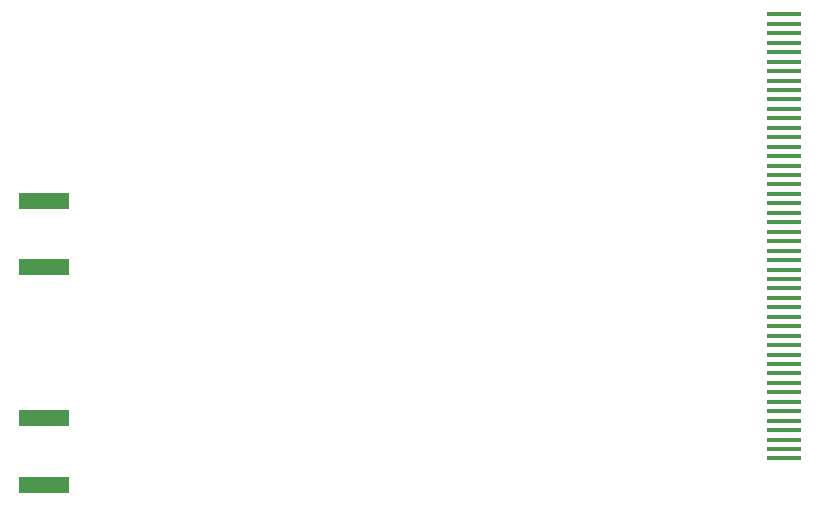
<source format=gbs>
%TF.GenerationSoftware,KiCad,Pcbnew,(5.1.10)-1*%
%TF.CreationDate,2021-07-23T15:14:34+02:00*%
%TF.ProjectId,rpicoscope2,72706963-6f73-4636-9f70-65322e6b6963,rev?*%
%TF.SameCoordinates,Original*%
%TF.FileFunction,Soldermask,Bot*%
%TF.FilePolarity,Negative*%
%FSLAX46Y46*%
G04 Gerber Fmt 4.6, Leading zero omitted, Abs format (unit mm)*
G04 Created by KiCad (PCBNEW (5.1.10)-1) date 2021-07-23 15:14:34*
%MOMM*%
%LPD*%
G01*
G04 APERTURE LIST*
%ADD10R,3.000000X0.400000*%
%ADD11R,4.200000X1.350000*%
G04 APERTURE END LIST*
D10*
%TO.C,U22*%
X185350000Y-110550000D03*
X185350000Y-111350000D03*
X185350000Y-112150000D03*
X185350000Y-113750000D03*
X185350000Y-116150000D03*
X185350000Y-112950000D03*
X185350000Y-114550000D03*
X185350000Y-115350000D03*
X185350000Y-102550000D03*
X185350000Y-103350000D03*
X185350000Y-104150000D03*
X185350000Y-105750000D03*
X185350000Y-108150000D03*
X185350000Y-104950000D03*
X185350000Y-106550000D03*
X185350000Y-107350000D03*
X185350000Y-108950000D03*
X185350000Y-109750000D03*
X185350000Y-94550000D03*
X185350000Y-95350000D03*
X185350000Y-96150000D03*
X185350000Y-97750000D03*
X185350000Y-100150000D03*
X185350000Y-96950000D03*
X185350000Y-98550000D03*
X185350000Y-99350000D03*
X185350000Y-100950000D03*
X185350000Y-101750000D03*
X185350000Y-86550000D03*
X185350000Y-87350000D03*
X185350000Y-88150000D03*
X185350000Y-89750000D03*
X185350000Y-92150000D03*
X185350000Y-88950000D03*
X185350000Y-90550000D03*
X185350000Y-91350000D03*
X185350000Y-92950000D03*
X185350000Y-93750000D03*
X185350000Y-85750000D03*
X185350000Y-84950000D03*
X185350000Y-83350000D03*
X185350000Y-84150000D03*
X185350000Y-82550000D03*
X185350000Y-81750000D03*
X185350000Y-80950000D03*
X185350000Y-80150000D03*
X185350000Y-79350000D03*
X185350000Y-78550000D03*
%TD*%
D11*
%TO.C,J6*%
X122755000Y-118395000D03*
X122755000Y-112745000D03*
%TD*%
%TO.C,J1*%
X122755000Y-99980000D03*
X122755000Y-94330000D03*
%TD*%
M02*

</source>
